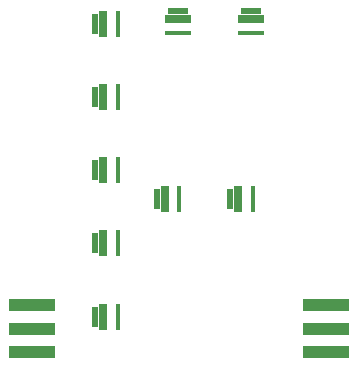
<source format=gts>
G04 #@! TF.FileFunction,Soldermask,Top*
%FSLAX46Y46*%
G04 Gerber Fmt 4.6, Leading zero omitted, Abs format (unit mm)*
G04 Created by KiCad (PCBNEW 4.0.0-rc2-stable) date 3/3/2016 3:43:48 PM*
%MOMM*%
G01*
G04 APERTURE LIST*
%ADD10C,0.150000*%
%ADD11R,1.800000X0.500000*%
%ADD12R,2.300000X0.320000*%
%ADD13R,2.300000X0.800000*%
%ADD14R,0.500000X1.800000*%
%ADD15R,0.320000X2.300000*%
%ADD16R,0.800000X2.300000*%
%ADD17R,4.000000X1.000000*%
%ADD18C,0.600000*%
G04 APERTURE END LIST*
D10*
D11*
X67584830Y-21297104D03*
D12*
X67584830Y-23197104D03*
D13*
X67584830Y-21947104D03*
D11*
X61343273Y-21297104D03*
D12*
X61343273Y-23197104D03*
D13*
X61343273Y-21947104D03*
D14*
X54369264Y-22365826D03*
D15*
X56269264Y-22365826D03*
D16*
X55019264Y-22365826D03*
D14*
X54369264Y-28565937D03*
D15*
X56269264Y-28565937D03*
D16*
X55019264Y-28565937D03*
D14*
X54369264Y-34766050D03*
D15*
X56269264Y-34766050D03*
D16*
X55019264Y-34766050D03*
D14*
X54369264Y-40966164D03*
D15*
X56269264Y-40966164D03*
D16*
X55019264Y-40966164D03*
D14*
X54369264Y-47166270D03*
D15*
X56269264Y-47166270D03*
D16*
X55019264Y-47166270D03*
D14*
X59586046Y-37210907D03*
D15*
X61486046Y-37210907D03*
D16*
X60236046Y-37210907D03*
D14*
X65802840Y-37210907D03*
D15*
X67702840Y-37210907D03*
D16*
X66452840Y-37210907D03*
D17*
X73919334Y-50192207D03*
X73919334Y-48192207D03*
X73919334Y-46192207D03*
D18*
X72919334Y-50192207D03*
X72919334Y-48192207D03*
X72919334Y-46192207D03*
D17*
X49020840Y-46192207D03*
X49020840Y-48192207D03*
X49020840Y-50192207D03*
D18*
X50020840Y-46192207D03*
X50020840Y-48192207D03*
X50020840Y-50192207D03*
M02*

</source>
